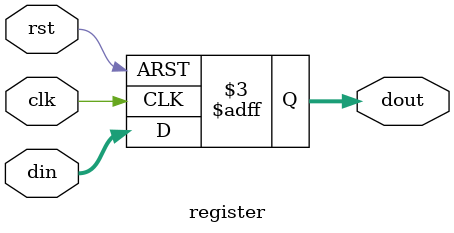
<source format=v>
/*
*	Description: Register of n bits. Default n = 8 bits. 
*	Author: Aarón Escoboza Villegas
*/

module register#(parameter WIDTH = 8)
(
	input clk,
	input rst,
	input [WIDTH-1:0]din, 
	output reg [WIDTH-1:0] dout
);

always@(posedge clk,negedge rst) 
begin 
	if (!rst)
		dout <= 0;
	else 
		dout <= din;
end
endmodule
</source>
